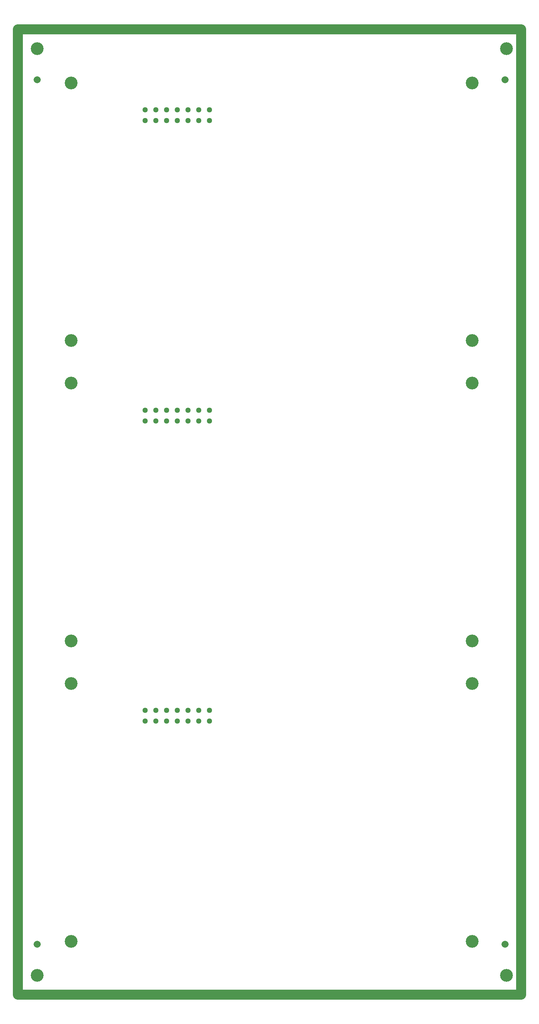
<source format=gbr>
G04 Generated on UCAM*
%FSLAX25Y25*%
%MOIN*%
%IPPOS*%
%ADD10C,0.05100*%
%ADD11C,0.11900*%
%ADD12C,0.06550*%
%ADD13C,0.09350*%
%SRX1Y1I0.00000J0.00000*%
%LN25543_rout*%
%LPD*%
D10*
X206610Y342910D03*
X216610D03*
X226610D03*
X236610D03*
X246610D03*
X256610D03*
X266610D03*
Y352910D03*
X256610D03*
X246610D03*
X236610D03*
X226610D03*
X216610D03*
X206610D03*
Y622830D03*
X216610D03*
X226610D03*
X236610D03*
X246610D03*
X256610D03*
X266610D03*
Y632830D03*
X256610D03*
X246610D03*
X236610D03*
X226610D03*
X216610D03*
X206610D03*
Y902750D03*
X216610D03*
X226610D03*
X236610D03*
X246610D03*
X256610D03*
X266610D03*
Y912750D03*
X256610D03*
X246610D03*
X236610D03*
X226610D03*
X216610D03*
X206610D03*
D11*
X106000Y106000D03*
X137800Y137800D03*
X511810D03*
X543800Y106000D03*
X137800Y377950D03*
Y417720D03*
X511810D03*
Y377950D03*
X137800Y657870D03*
Y697640D03*
X511810D03*
Y657870D03*
X137800Y937800D03*
X106000Y969590D03*
X511810Y937800D03*
X543800Y969590D03*
D12*
X542573Y940573D03*
Y135056D03*
X106158Y940573D03*
Y135056D03*
D13*
X557370Y88070D02*
Y987520D01*
X88070*
Y88070*
X557370*
%LPD*%
M02*
</source>
